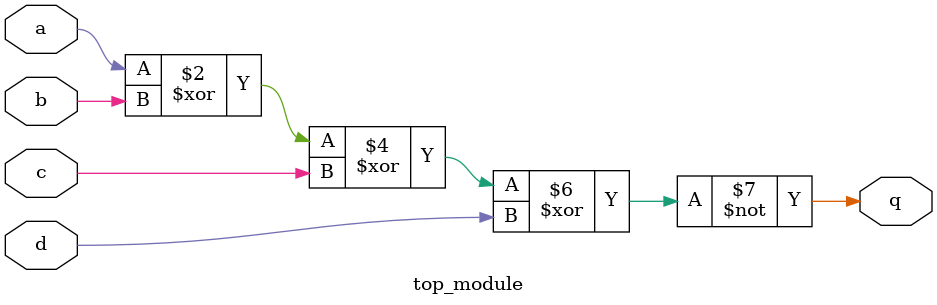
<source format=sv>
module top_module (
	input a, 
	input b, 
	input c, 
	input d,
	output q
);
  
  assign q = ~(^(^(^a ^ b) ^ c) ^ d);
  
endmodule

</source>
